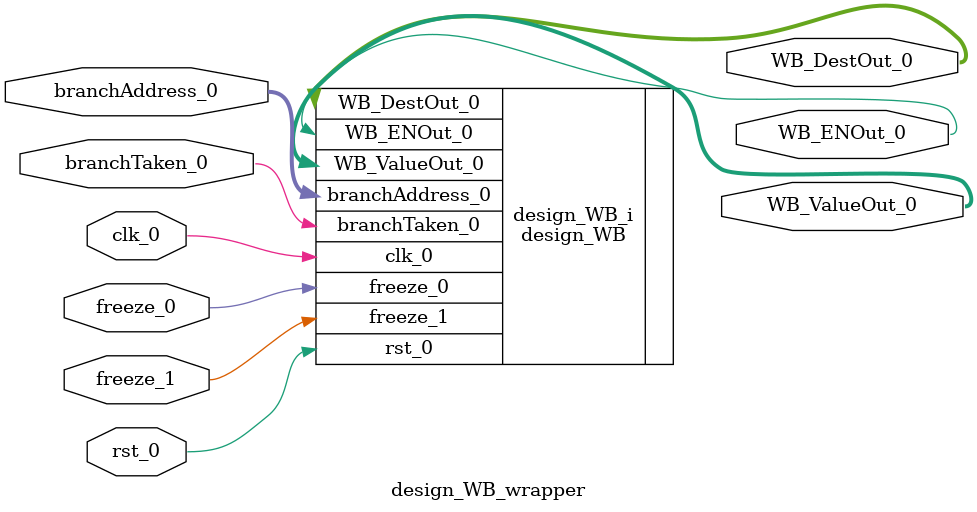
<source format=v>
`timescale 1 ps / 1 ps

module design_WB_wrapper
   (WB_DestOut_0,
    WB_ENOut_0,
    WB_ValueOut_0,
    branchAddress_0,
    branchTaken_0,
    clk_0,
    freeze_0,
    freeze_1,
    rst_0);
  output [3:0]WB_DestOut_0;
  output [0:0]WB_ENOut_0;
  output [31:0]WB_ValueOut_0;
  input [31:0]branchAddress_0;
  input branchTaken_0;
  input clk_0;
  input freeze_0;
  input freeze_1;
  input rst_0;

  wire [3:0]WB_DestOut_0;
  wire [0:0]WB_ENOut_0;
  wire [31:0]WB_ValueOut_0;
  wire [31:0]branchAddress_0;
  wire branchTaken_0;
  wire clk_0;
  wire freeze_0;
  wire freeze_1;
  wire rst_0;

  design_WB design_WB_i
       (.WB_DestOut_0(WB_DestOut_0),
        .WB_ENOut_0(WB_ENOut_0),
        .WB_ValueOut_0(WB_ValueOut_0),
        .branchAddress_0(branchAddress_0),
        .branchTaken_0(branchTaken_0),
        .clk_0(clk_0),
        .freeze_0(freeze_0),
        .freeze_1(freeze_1),
        .rst_0(rst_0));
endmodule

</source>
